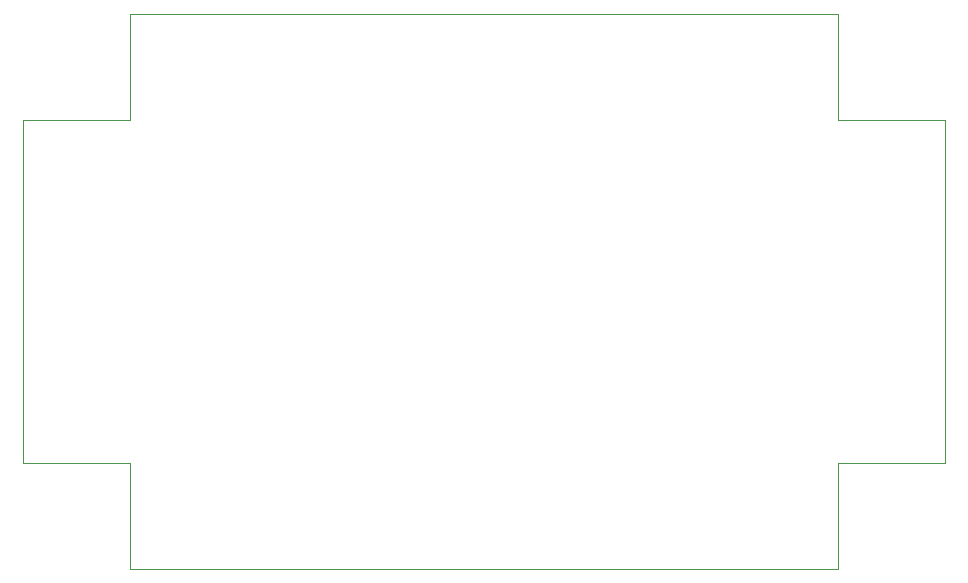
<source format=gbr>
%TF.GenerationSoftware,KiCad,Pcbnew,8.0.6-1.fc41*%
%TF.CreationDate,2024-11-27T18:25:38+08:00*%
%TF.ProjectId,signal_source,7369676e-616c-45f7-936f-757263652e6b,rev?*%
%TF.SameCoordinates,Original*%
%TF.FileFunction,Profile,NP*%
%FSLAX46Y46*%
G04 Gerber Fmt 4.6, Leading zero omitted, Abs format (unit mm)*
G04 Created by KiCad (PCBNEW 8.0.6-1.fc41) date 2024-11-27 18:25:38*
%MOMM*%
%LPD*%
G01*
G04 APERTURE LIST*
%TA.AperFunction,Profile*%
%ADD10C,0.050000*%
%TD*%
G04 APERTURE END LIST*
D10*
X146500000Y-58548000D02*
X146500000Y-67548000D01*
X86500000Y-58548000D02*
X146500000Y-58548000D01*
X146500000Y-96548000D02*
X146500000Y-105548000D01*
X146500000Y-67548000D02*
X155500000Y-67548000D01*
X86500000Y-105548000D02*
X86500000Y-96548000D01*
X86500000Y-67548000D02*
X86500000Y-58548000D01*
X155500000Y-96548000D02*
X146500000Y-96548000D01*
X77500000Y-67548000D02*
X86500000Y-67548000D01*
X146500000Y-105548000D02*
X86500000Y-105548000D01*
X77500000Y-96548000D02*
X77500000Y-67548000D01*
X155500000Y-67548000D02*
X155500000Y-96548000D01*
X86500000Y-96548000D02*
X77500000Y-96548000D01*
M02*

</source>
